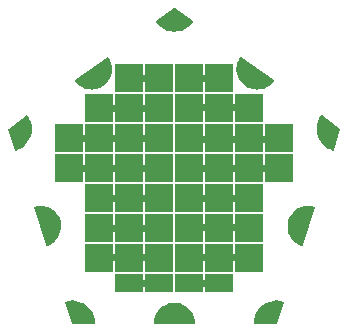
<source format=gbr>
G04 EAGLE Gerber RS-274X export*
G75*
%MOMM*%
%FSLAX34Y34*%
%LPD*%
%INTop Copper*%
%IPPOS*%
%AMOC8*
5,1,8,0,0,1.08239X$1,22.5*%
G01*
%ADD10R,2.336800X2.336800*%
%ADD11R,2.336800X1.498600*%
%ADD12C,0.800000*%
%ADD13C,0.609600*%

G36*
X418224Y425214D02*
X418224Y425214D01*
X418257Y425222D01*
X418306Y425223D01*
X421059Y425776D01*
X421091Y425789D01*
X421138Y425799D01*
X423763Y426796D01*
X423792Y426815D01*
X423837Y426832D01*
X426262Y428248D01*
X426288Y428271D01*
X426329Y428295D01*
X428488Y430091D01*
X428510Y430119D01*
X428547Y430149D01*
X430380Y432276D01*
X430394Y432301D01*
X430415Y432322D01*
X430443Y432388D01*
X430477Y432449D01*
X430481Y432479D01*
X430492Y432505D01*
X430491Y432576D01*
X430499Y432647D01*
X430491Y432675D01*
X430491Y432704D01*
X430463Y432770D01*
X430442Y432838D01*
X430424Y432860D01*
X430412Y432887D01*
X430342Y432958D01*
X430336Y432966D01*
X430325Y432981D01*
X430322Y432983D01*
X430315Y432991D01*
X430305Y432996D01*
X430296Y433006D01*
X402796Y453006D01*
X402769Y453018D01*
X402747Y453037D01*
X402679Y453059D01*
X402615Y453088D01*
X402586Y453089D01*
X402558Y453098D01*
X402487Y453092D01*
X402416Y453094D01*
X402389Y453083D01*
X402360Y453081D01*
X402297Y453047D01*
X402231Y453021D01*
X402210Y453001D01*
X402184Y452987D01*
X402137Y452933D01*
X402130Y452928D01*
X402122Y452916D01*
X402119Y452912D01*
X402089Y452882D01*
X402084Y452872D01*
X402075Y452861D01*
X400617Y450462D01*
X400605Y450429D01*
X400580Y450388D01*
X399537Y447781D01*
X399535Y447771D01*
X399533Y447768D01*
X399528Y447742D01*
X399512Y447702D01*
X398912Y444959D01*
X398912Y444924D01*
X398901Y444877D01*
X398761Y442073D01*
X398766Y442039D01*
X398763Y441991D01*
X399086Y439201D01*
X399097Y439168D01*
X399102Y439120D01*
X399880Y436422D01*
X399894Y436396D01*
X399894Y436395D01*
X399895Y436394D01*
X399896Y436391D01*
X399909Y436345D01*
X401121Y433812D01*
X401141Y433784D01*
X401162Y433741D01*
X402774Y431441D01*
X402799Y431417D01*
X402826Y431378D01*
X404795Y429375D01*
X404823Y429355D01*
X404857Y429321D01*
X407128Y427669D01*
X407159Y427655D01*
X407198Y427627D01*
X409710Y426371D01*
X409744Y426362D01*
X409787Y426341D01*
X412471Y425516D01*
X412506Y425513D01*
X412552Y425498D01*
X415335Y425127D01*
X415369Y425129D01*
X415417Y425122D01*
X418224Y425214D01*
G37*
G36*
X277021Y425128D02*
X277021Y425128D01*
X277069Y425127D01*
X279853Y425498D01*
X279885Y425510D01*
X279933Y425516D01*
X282617Y426341D01*
X282648Y426357D01*
X282694Y426371D01*
X285206Y427627D01*
X285233Y427648D01*
X285276Y427669D01*
X287547Y429321D01*
X287570Y429347D01*
X287609Y429375D01*
X289578Y431378D01*
X289596Y431407D01*
X289630Y431441D01*
X291242Y433741D01*
X291256Y433772D01*
X291283Y433812D01*
X292495Y436345D01*
X292503Y436379D01*
X292524Y436422D01*
X293302Y439120D01*
X293304Y439155D01*
X293318Y439201D01*
X293641Y441991D01*
X293638Y442025D01*
X293643Y442073D01*
X293503Y444877D01*
X293494Y444911D01*
X293492Y444959D01*
X292892Y447702D01*
X292878Y447734D01*
X292867Y447781D01*
X291824Y450388D01*
X291805Y450417D01*
X291787Y450462D01*
X290329Y452861D01*
X290309Y452883D01*
X290296Y452909D01*
X290256Y452943D01*
X290250Y452951D01*
X290240Y452957D01*
X290194Y453007D01*
X290167Y453019D01*
X290145Y453038D01*
X290077Y453060D01*
X290012Y453089D01*
X289983Y453090D01*
X289955Y453098D01*
X289885Y453092D01*
X289814Y453093D01*
X289786Y453083D01*
X289757Y453080D01*
X289679Y453041D01*
X289678Y453041D01*
X289678Y453040D01*
X289668Y453036D01*
X289629Y453020D01*
X289621Y453012D01*
X289608Y453006D01*
X262108Y433006D01*
X262089Y432984D01*
X262064Y432969D01*
X262056Y432958D01*
X262054Y432956D01*
X262022Y432912D01*
X261974Y432859D01*
X261964Y432832D01*
X261947Y432808D01*
X261931Y432739D01*
X261908Y432672D01*
X261909Y432643D01*
X261903Y432614D01*
X261915Y432544D01*
X261920Y432473D01*
X261933Y432447D01*
X261938Y432418D01*
X261989Y432333D01*
X262008Y432295D01*
X262017Y432288D01*
X262024Y432276D01*
X263857Y430149D01*
X263885Y430128D01*
X263916Y430091D01*
X266075Y428295D01*
X266105Y428279D01*
X266142Y428248D01*
X268567Y426832D01*
X268600Y426821D01*
X268641Y426796D01*
X271266Y425799D01*
X271300Y425793D01*
X271345Y425776D01*
X274098Y425223D01*
X274133Y425224D01*
X274180Y425214D01*
X276987Y425122D01*
X277021Y425128D01*
G37*
G36*
X363231Y226509D02*
X363231Y226509D01*
X363260Y226506D01*
X363327Y226528D01*
X363397Y226542D01*
X363421Y226559D01*
X363449Y226568D01*
X363502Y226615D01*
X363561Y226655D01*
X363577Y226679D01*
X363599Y226699D01*
X363630Y226763D01*
X363668Y226822D01*
X363673Y226851D01*
X363685Y226877D01*
X363694Y226977D01*
X363701Y227019D01*
X363698Y227029D01*
X363700Y227043D01*
X363468Y229841D01*
X363458Y229875D01*
X363454Y229923D01*
X362765Y232644D01*
X362750Y232676D01*
X362738Y232722D01*
X361610Y235294D01*
X361590Y235322D01*
X361571Y235366D01*
X360035Y237717D01*
X360011Y237741D01*
X359985Y237782D01*
X358083Y239847D01*
X358055Y239868D01*
X358022Y239903D01*
X355807Y241628D01*
X355776Y241643D01*
X355738Y241673D01*
X353268Y243009D01*
X353235Y243019D01*
X353193Y243042D01*
X350553Y243949D01*
X350537Y243954D01*
X350503Y243959D01*
X350457Y243974D01*
X347688Y244436D01*
X347653Y244435D01*
X347606Y244443D01*
X344798Y244443D01*
X344764Y244436D01*
X344716Y244436D01*
X341947Y243974D01*
X341914Y243962D01*
X341867Y243954D01*
X339211Y243042D01*
X339181Y243025D01*
X339136Y243009D01*
X336666Y241673D01*
X336640Y241651D01*
X336597Y241628D01*
X334382Y239903D01*
X334359Y239877D01*
X334321Y239847D01*
X332419Y237782D01*
X332401Y237752D01*
X332369Y237717D01*
X330833Y235366D01*
X330820Y235334D01*
X330794Y235294D01*
X329666Y232722D01*
X329659Y232689D01*
X329656Y232682D01*
X329650Y232673D01*
X329649Y232667D01*
X329639Y232644D01*
X328950Y229923D01*
X328948Y229888D01*
X328936Y229841D01*
X328704Y227043D01*
X328708Y227014D01*
X328703Y226985D01*
X328720Y226916D01*
X328728Y226846D01*
X328742Y226820D01*
X328749Y226792D01*
X328791Y226735D01*
X328826Y226673D01*
X328850Y226655D01*
X328867Y226632D01*
X328928Y226596D01*
X328985Y226553D01*
X329013Y226545D01*
X329038Y226530D01*
X329136Y226514D01*
X329177Y226503D01*
X329188Y226505D01*
X329202Y226503D01*
X363202Y226503D01*
X363231Y226509D01*
G37*
G36*
X454333Y292709D02*
X454333Y292709D01*
X454362Y292706D01*
X454429Y292729D01*
X454499Y292743D01*
X454523Y292760D01*
X454550Y292769D01*
X454604Y292816D01*
X454662Y292856D01*
X454678Y292881D01*
X454700Y292900D01*
X454746Y292988D01*
X454769Y293024D01*
X454770Y293035D01*
X454777Y293048D01*
X465277Y325348D01*
X465280Y325377D01*
X465291Y325404D01*
X465291Y325475D01*
X465299Y325545D01*
X465291Y325573D01*
X465291Y325602D01*
X465263Y325668D01*
X465243Y325736D01*
X465225Y325758D01*
X465213Y325785D01*
X465162Y325835D01*
X465117Y325890D01*
X465091Y325903D01*
X465070Y325923D01*
X464978Y325962D01*
X464941Y325982D01*
X464929Y325983D01*
X464917Y325988D01*
X462187Y326632D01*
X462152Y326633D01*
X462105Y326644D01*
X459307Y326830D01*
X459272Y326825D01*
X459224Y326828D01*
X456433Y326551D01*
X456400Y326541D01*
X456352Y326536D01*
X453645Y325803D01*
X453614Y325788D01*
X453567Y325775D01*
X451018Y324607D01*
X450990Y324586D01*
X450946Y324566D01*
X448623Y322994D01*
X448599Y322969D01*
X448559Y322942D01*
X446527Y321009D01*
X446507Y320981D01*
X446472Y320947D01*
X444786Y318706D01*
X444771Y318675D01*
X444742Y318636D01*
X443448Y316148D01*
X443438Y316115D01*
X443416Y316072D01*
X442549Y313405D01*
X442545Y313370D01*
X442530Y313325D01*
X442114Y310551D01*
X442115Y310516D01*
X442108Y310469D01*
X442154Y307664D01*
X442155Y307662D01*
X442162Y307630D01*
X442162Y307582D01*
X442669Y304824D01*
X442682Y304791D01*
X442691Y304744D01*
X443645Y302107D01*
X443663Y302077D01*
X443679Y302032D01*
X445054Y299587D01*
X445077Y299561D01*
X445101Y299519D01*
X446859Y297334D01*
X446886Y297312D01*
X446916Y297274D01*
X449011Y295409D01*
X449040Y295391D01*
X449076Y295359D01*
X451449Y293864D01*
X451482Y293852D01*
X451522Y293826D01*
X454109Y292742D01*
X454138Y292736D01*
X454163Y292722D01*
X454234Y292717D01*
X454304Y292703D01*
X454333Y292709D01*
G37*
G36*
X238104Y292708D02*
X238104Y292708D01*
X238133Y292704D01*
X238230Y292726D01*
X238272Y292733D01*
X238282Y292738D01*
X238295Y292742D01*
X240882Y293826D01*
X240910Y293845D01*
X240955Y293864D01*
X243328Y295359D01*
X243353Y295383D01*
X243394Y295409D01*
X245488Y297274D01*
X245509Y297302D01*
X245545Y297334D01*
X247303Y299519D01*
X247319Y299550D01*
X247350Y299587D01*
X248725Y302032D01*
X248735Y302065D01*
X248759Y302107D01*
X249713Y304744D01*
X249718Y304778D01*
X249735Y304824D01*
X250242Y307582D01*
X250241Y307617D01*
X250250Y307664D01*
X250296Y310469D01*
X250289Y310503D01*
X250290Y310551D01*
X249874Y313325D01*
X249862Y313357D01*
X249855Y313405D01*
X248988Y316072D01*
X248971Y316102D01*
X248956Y316148D01*
X247662Y318636D01*
X247640Y318663D01*
X247618Y318706D01*
X245932Y320947D01*
X245906Y320970D01*
X245877Y321009D01*
X243845Y322942D01*
X243816Y322960D01*
X243781Y322994D01*
X241458Y324566D01*
X241426Y324579D01*
X241386Y324607D01*
X238837Y325775D01*
X238803Y325783D01*
X238759Y325803D01*
X236052Y326536D01*
X236017Y326538D01*
X235971Y326551D01*
X233180Y326828D01*
X233145Y326825D01*
X233097Y326830D01*
X230299Y326644D01*
X230265Y326635D01*
X230217Y326632D01*
X227487Y325988D01*
X227461Y325976D01*
X227432Y325971D01*
X227371Y325934D01*
X227307Y325905D01*
X227287Y325883D01*
X227262Y325868D01*
X227221Y325810D01*
X227173Y325758D01*
X227163Y325730D01*
X227146Y325706D01*
X227131Y325637D01*
X227107Y325570D01*
X227109Y325541D01*
X227103Y325512D01*
X227117Y325414D01*
X227120Y325371D01*
X227125Y325361D01*
X227127Y325348D01*
X237627Y293048D01*
X237642Y293022D01*
X237648Y292994D01*
X237690Y292936D01*
X237725Y292875D01*
X237748Y292857D01*
X237765Y292833D01*
X237826Y292797D01*
X237883Y292753D01*
X237911Y292746D01*
X237936Y292731D01*
X238006Y292721D01*
X238075Y292703D01*
X238104Y292708D01*
G37*
G36*
X278630Y226508D02*
X278630Y226508D01*
X278658Y226506D01*
X278726Y226528D01*
X278797Y226542D01*
X278820Y226558D01*
X278847Y226567D01*
X278901Y226614D01*
X278961Y226655D01*
X278976Y226679D01*
X278997Y226697D01*
X279029Y226762D01*
X279068Y226822D01*
X279073Y226850D01*
X279085Y226875D01*
X279094Y226978D01*
X279101Y227019D01*
X279099Y227029D01*
X279100Y227041D01*
X278866Y230017D01*
X278857Y230049D01*
X278854Y230095D01*
X278158Y232998D01*
X278144Y233028D01*
X278134Y233072D01*
X276992Y235831D01*
X276973Y235858D01*
X276956Y235901D01*
X275397Y238446D01*
X275374Y238471D01*
X275351Y238510D01*
X273413Y240780D01*
X273386Y240801D01*
X273357Y240836D01*
X271088Y242775D01*
X271059Y242791D01*
X271024Y242821D01*
X268479Y244382D01*
X268448Y244393D01*
X268409Y244417D01*
X265651Y245560D01*
X265619Y245567D01*
X265577Y245585D01*
X262674Y246282D01*
X262641Y246283D01*
X262597Y246295D01*
X259621Y246529D01*
X259588Y246525D01*
X259542Y246529D01*
X256566Y246296D01*
X256534Y246287D01*
X256489Y246284D01*
X253586Y245587D01*
X253560Y245575D01*
X253532Y245571D01*
X253470Y245534D01*
X253405Y245504D01*
X253386Y245482D01*
X253362Y245468D01*
X253320Y245409D01*
X253272Y245356D01*
X253263Y245329D01*
X253246Y245306D01*
X253231Y245236D01*
X253207Y245168D01*
X253209Y245140D01*
X253203Y245112D01*
X253218Y245012D01*
X253221Y244970D01*
X253225Y244960D01*
X253227Y244947D01*
X259127Y226847D01*
X259142Y226821D01*
X259149Y226792D01*
X259191Y226735D01*
X259225Y226674D01*
X259249Y226656D01*
X259267Y226632D01*
X259327Y226596D01*
X259383Y226553D01*
X259412Y226546D01*
X259438Y226530D01*
X259534Y226514D01*
X259576Y226503D01*
X259588Y226505D01*
X259602Y226503D01*
X278602Y226503D01*
X278630Y226508D01*
G37*
G36*
X432831Y226509D02*
X432831Y226509D01*
X432861Y226506D01*
X432928Y226528D01*
X432997Y226542D01*
X433022Y226559D01*
X433050Y226569D01*
X433103Y226615D01*
X433161Y226655D01*
X433177Y226680D01*
X433199Y226700D01*
X433245Y226786D01*
X433268Y226822D01*
X433270Y226834D01*
X433277Y226847D01*
X439177Y244947D01*
X439180Y244976D01*
X439191Y245002D01*
X439191Y245074D01*
X439199Y245145D01*
X439191Y245172D01*
X439191Y245201D01*
X439164Y245267D01*
X439143Y245336D01*
X439125Y245358D01*
X439114Y245384D01*
X439063Y245434D01*
X439017Y245489D01*
X438992Y245502D01*
X438972Y245522D01*
X438878Y245562D01*
X438841Y245582D01*
X438830Y245582D01*
X438818Y245587D01*
X435915Y246284D01*
X435882Y246285D01*
X435838Y246296D01*
X432862Y246529D01*
X432829Y246525D01*
X432783Y246529D01*
X429807Y246295D01*
X429775Y246285D01*
X429730Y246282D01*
X426827Y245585D01*
X426797Y245571D01*
X426753Y245560D01*
X424040Y244436D01*
X423995Y244417D01*
X423967Y244399D01*
X423925Y244382D01*
X421380Y242821D01*
X421356Y242799D01*
X421316Y242775D01*
X419047Y240836D01*
X419026Y240810D01*
X418991Y240780D01*
X417053Y238510D01*
X417037Y238481D01*
X417007Y238446D01*
X415448Y235901D01*
X415436Y235869D01*
X415412Y235831D01*
X414270Y233072D01*
X414264Y233040D01*
X414246Y232998D01*
X413550Y230095D01*
X413549Y230062D01*
X413538Y230017D01*
X413304Y227041D01*
X413308Y227013D01*
X413303Y226985D01*
X413320Y226915D01*
X413329Y226844D01*
X413343Y226819D01*
X413349Y226792D01*
X413392Y226734D01*
X413428Y226671D01*
X413450Y226655D01*
X413467Y226632D01*
X413529Y226595D01*
X413587Y226552D01*
X413614Y226545D01*
X413638Y226530D01*
X413739Y226513D01*
X413779Y226503D01*
X413790Y226505D01*
X413802Y226503D01*
X432802Y226503D01*
X432831Y226509D01*
G37*
G36*
X349219Y474292D02*
X349219Y474292D01*
X349251Y474301D01*
X349296Y474304D01*
X352201Y475002D01*
X352231Y475016D01*
X352275Y475026D01*
X355035Y476169D01*
X355063Y476187D01*
X355105Y476204D01*
X357652Y477765D01*
X357676Y477788D01*
X357715Y477811D01*
X359986Y479751D01*
X360007Y479777D01*
X360042Y479806D01*
X361982Y482078D01*
X361996Y482103D01*
X362016Y482124D01*
X362044Y482189D01*
X362078Y482252D01*
X362081Y482281D01*
X362092Y482307D01*
X362092Y482379D01*
X362099Y482449D01*
X362091Y482477D01*
X362090Y482506D01*
X362062Y482572D01*
X362041Y482640D01*
X362022Y482662D01*
X362011Y482689D01*
X361941Y482760D01*
X361914Y482792D01*
X361904Y482797D01*
X361894Y482807D01*
X346494Y493907D01*
X346468Y493919D01*
X346447Y493937D01*
X346378Y493959D01*
X346313Y493989D01*
X346284Y493989D01*
X346257Y493998D01*
X346186Y493992D01*
X346114Y493993D01*
X346088Y493983D01*
X346059Y493980D01*
X345968Y493936D01*
X345929Y493920D01*
X345922Y493913D01*
X345910Y493907D01*
X330510Y482807D01*
X330490Y482786D01*
X330465Y482771D01*
X330423Y482713D01*
X330375Y482661D01*
X330365Y482634D01*
X330348Y482610D01*
X330332Y482541D01*
X330308Y482474D01*
X330310Y482445D01*
X330303Y482416D01*
X330315Y482346D01*
X330319Y482275D01*
X330332Y482249D01*
X330337Y482221D01*
X330388Y482135D01*
X330407Y482097D01*
X330415Y482090D01*
X330422Y482078D01*
X332362Y479806D01*
X332388Y479786D01*
X332418Y479751D01*
X334689Y477811D01*
X334718Y477795D01*
X334752Y477765D01*
X337299Y476204D01*
X337330Y476193D01*
X337369Y476169D01*
X340129Y475026D01*
X340161Y475019D01*
X340203Y475002D01*
X343108Y474304D01*
X343141Y474303D01*
X343185Y474292D01*
X346163Y474058D01*
X346196Y474062D01*
X346241Y474058D01*
X349219Y474292D01*
G37*
G36*
X480534Y373209D02*
X480534Y373209D01*
X480563Y373206D01*
X480631Y373229D01*
X480701Y373244D01*
X480724Y373260D01*
X480752Y373270D01*
X480805Y373317D01*
X480864Y373358D01*
X480879Y373382D01*
X480901Y373401D01*
X480947Y373491D01*
X480969Y373527D01*
X480971Y373537D01*
X480977Y373549D01*
X486777Y391549D01*
X486780Y391577D01*
X486792Y391604D01*
X486791Y391675D01*
X486799Y391747D01*
X486791Y391774D01*
X486791Y391803D01*
X486763Y391869D01*
X486742Y391937D01*
X486724Y391959D01*
X486713Y391986D01*
X486643Y392058D01*
X486616Y392090D01*
X486606Y392095D01*
X486597Y392105D01*
X471297Y403305D01*
X471270Y403317D01*
X471248Y403336D01*
X471181Y403358D01*
X471116Y403388D01*
X471087Y403389D01*
X471059Y403398D01*
X470989Y403392D01*
X470918Y403394D01*
X470890Y403384D01*
X470861Y403381D01*
X470798Y403348D01*
X470732Y403322D01*
X470711Y403302D01*
X470686Y403288D01*
X470620Y403213D01*
X470590Y403183D01*
X470585Y403173D01*
X470576Y403163D01*
X469021Y400623D01*
X469010Y400592D01*
X468986Y400553D01*
X467847Y397801D01*
X467841Y397769D01*
X467823Y397727D01*
X467129Y394831D01*
X467128Y394798D01*
X467117Y394754D01*
X466884Y391785D01*
X466888Y391752D01*
X466884Y391706D01*
X467119Y388738D01*
X467128Y388706D01*
X467131Y388660D01*
X467828Y385765D01*
X467842Y385735D01*
X467852Y385691D01*
X468992Y382940D01*
X469011Y382912D01*
X469028Y382870D01*
X470585Y380331D01*
X470608Y380307D01*
X470631Y380268D01*
X472566Y378004D01*
X472592Y377984D01*
X472621Y377949D01*
X474887Y376016D01*
X474916Y376000D01*
X474950Y375970D01*
X477490Y374415D01*
X477521Y374403D01*
X477559Y374379D01*
X480311Y373241D01*
X480339Y373235D01*
X480365Y373222D01*
X480436Y373216D01*
X480506Y373203D01*
X480534Y373209D01*
G37*
G36*
X211902Y373208D02*
X211902Y373208D01*
X211931Y373204D01*
X212029Y373226D01*
X212071Y373232D01*
X212080Y373238D01*
X212093Y373241D01*
X214845Y374379D01*
X214872Y374398D01*
X214914Y374415D01*
X217454Y375970D01*
X217478Y375992D01*
X217518Y376016D01*
X219783Y377949D01*
X219803Y377975D01*
X219838Y378004D01*
X221773Y380268D01*
X221789Y380297D01*
X221819Y380331D01*
X223376Y382870D01*
X223387Y382901D01*
X223412Y382940D01*
X224552Y385691D01*
X224559Y385723D01*
X224576Y385765D01*
X225273Y388660D01*
X225274Y388694D01*
X225285Y388738D01*
X225520Y391706D01*
X225516Y391739D01*
X225520Y391785D01*
X225287Y394754D01*
X225278Y394786D01*
X225275Y394831D01*
X224581Y397727D01*
X224567Y397757D01*
X224557Y397801D01*
X223418Y400553D01*
X223400Y400581D01*
X223383Y400623D01*
X221828Y403163D01*
X221808Y403184D01*
X221795Y403210D01*
X221741Y403256D01*
X221692Y403308D01*
X221666Y403320D01*
X221643Y403339D01*
X221576Y403360D01*
X221511Y403389D01*
X221482Y403390D01*
X221454Y403399D01*
X221383Y403392D01*
X221312Y403393D01*
X221285Y403382D01*
X221256Y403379D01*
X221167Y403335D01*
X221127Y403319D01*
X221119Y403311D01*
X221107Y403305D01*
X205807Y392105D01*
X205788Y392084D01*
X205763Y392069D01*
X205722Y392011D01*
X205673Y391958D01*
X205664Y391931D01*
X205647Y391907D01*
X205631Y391838D01*
X205607Y391770D01*
X205609Y391742D01*
X205603Y391714D01*
X205617Y391614D01*
X205620Y391572D01*
X205625Y391562D01*
X205627Y391549D01*
X211427Y373549D01*
X211441Y373524D01*
X211447Y373496D01*
X211489Y373438D01*
X211524Y373376D01*
X211547Y373358D01*
X211564Y373335D01*
X211625Y373298D01*
X211682Y373254D01*
X211709Y373247D01*
X211734Y373232D01*
X211805Y373222D01*
X211874Y373204D01*
X211902Y373208D01*
G37*
D10*
X333502Y333502D03*
X358902Y358902D03*
X358902Y333502D03*
X333502Y358902D03*
X308102Y358902D03*
X282702Y358902D03*
X257302Y358902D03*
X384302Y358902D03*
X409702Y358902D03*
X435102Y358902D03*
X409702Y333502D03*
X384302Y333502D03*
X282702Y333502D03*
X308102Y333502D03*
X257302Y384302D03*
X282702Y384302D03*
X308102Y384302D03*
X333502Y384302D03*
X358902Y384302D03*
X384302Y384302D03*
X409702Y384302D03*
X435102Y384302D03*
X282702Y308102D03*
X308102Y308102D03*
X333502Y308102D03*
X358902Y308102D03*
X384302Y308102D03*
X409702Y308102D03*
X282702Y282702D03*
X308102Y282702D03*
X333502Y282702D03*
X358902Y282702D03*
X384302Y282702D03*
X409702Y282702D03*
D11*
X308102Y261493D03*
X333502Y261493D03*
X358902Y261493D03*
X384302Y261493D03*
D10*
X308102Y435102D03*
X333502Y435102D03*
X358902Y435102D03*
X384302Y435102D03*
X282702Y409702D03*
X308102Y409702D03*
X333502Y409702D03*
X358902Y409702D03*
X384302Y409702D03*
X409702Y409702D03*
D12*
X346202Y486702D03*
X479802Y389602D03*
X428802Y232502D03*
X263602Y232502D03*
X212602Y389602D03*
X413002Y438202D03*
X454302Y311102D03*
X346202Y232502D03*
X238102Y311102D03*
X279402Y438202D03*
D13*
X308356Y435102D02*
X331724Y435102D01*
X332740Y434086D01*
X357632Y435102D02*
X383286Y435102D01*
X333502Y409194D02*
X280924Y409194D01*
X358648Y410210D02*
X408686Y410210D01*
X409194Y410718D01*
X334518Y383794D02*
X257048Y383794D01*
X358394Y383540D02*
X434340Y383540D01*
X434848Y383032D01*
X333756Y358648D02*
X256286Y358648D01*
X333756Y358648D02*
X334264Y358140D01*
X359156Y358902D02*
X434848Y358902D01*
X435102Y359156D01*
X331470Y333248D02*
X282956Y333248D01*
X331470Y333248D02*
X331978Y333756D01*
X358902Y332994D02*
X409448Y332994D01*
X334010Y308102D02*
X282956Y308102D01*
X334010Y308102D02*
X334772Y307340D01*
X333502Y283464D02*
X281940Y283464D01*
X357378Y308610D02*
X409194Y308610D01*
X409448Y308864D01*
X410210Y283210D02*
X358902Y283210D01*
X410210Y283210D02*
X410464Y282956D01*
X382524Y261112D02*
X358140Y261112D01*
X382524Y261112D02*
X383032Y260604D01*
X334264Y261620D02*
X306578Y261620D01*
X334264Y261620D02*
X334518Y261366D01*
M02*

</source>
